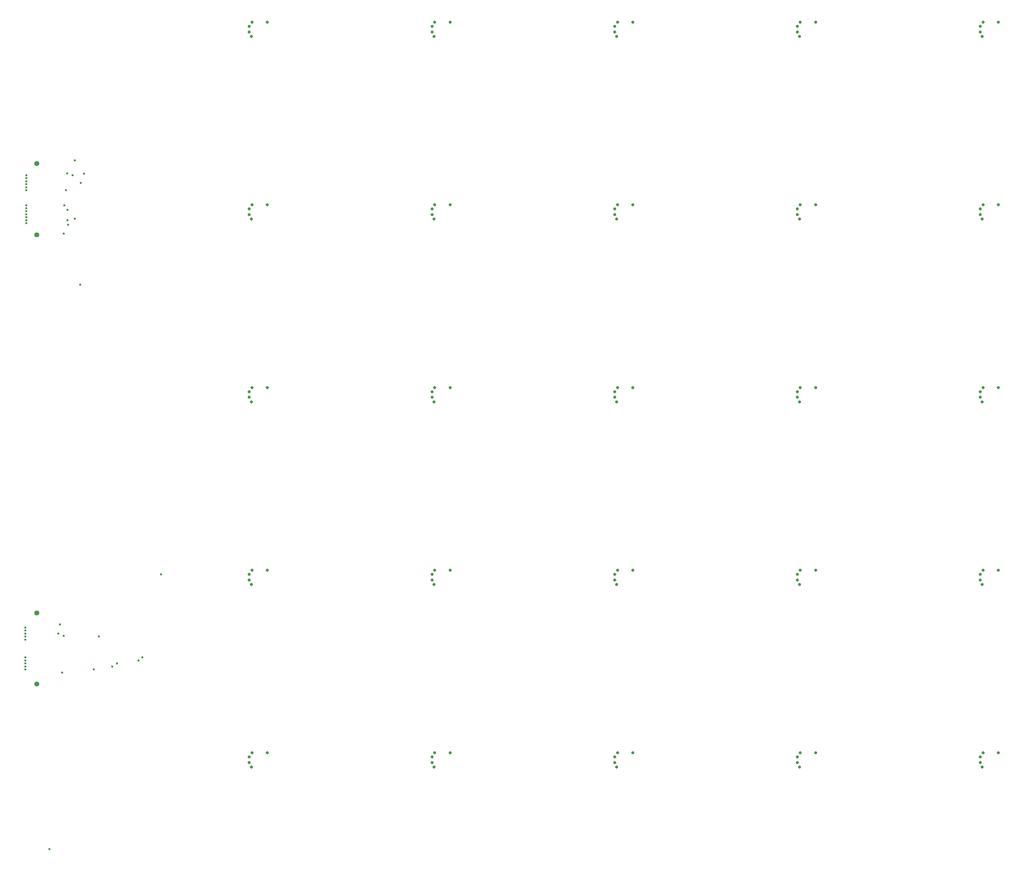
<source format=gbr>
%TF.GenerationSoftware,KiCad,Pcbnew,8.0.2-1*%
%TF.CreationDate,2024-10-14T12:40:27-04:00*%
%TF.ProjectId,EvenLayers_1.3mm_SiPM,4576656e-4c61-4796-9572-735f312e336d,rev?*%
%TF.SameCoordinates,Original*%
%TF.FileFunction,Copper,L3,Inr*%
%TF.FilePolarity,Positive*%
%FSLAX46Y46*%
G04 Gerber Fmt 4.6, Leading zero omitted, Abs format (unit mm)*
G04 Created by KiCad (PCBNEW 8.0.2-1) date 2024-10-14 12:40:27*
%MOMM*%
%LPD*%
G01*
G04 APERTURE LIST*
%TA.AperFunction,ComponentPad*%
%ADD10C,0.800000*%
%TD*%
%TA.AperFunction,ComponentPad*%
%ADD11C,1.348000*%
%TD*%
%TA.AperFunction,ViaPad*%
%ADD12C,0.600000*%
%TD*%
G04 APERTURE END LIST*
D10*
%TO.N,N/C*%
%TO.C,REF\u002A\u002A34*%
X322700000Y-190300000D03*
X326800000Y-190300000D03*
%TO.N,K14*%
X321950000Y-191400000D03*
%TO.N,A14*%
X321950000Y-192900000D03*
%TO.N,GND*%
X322500000Y-194100000D03*
%TD*%
%TO.N,N/C*%
%TO.C,REF\u002A\u002A40*%
X127500000Y-287900000D03*
X131600000Y-287900000D03*
%TO.N,K20*%
X126750000Y-289000000D03*
%TO.N,A20*%
X126750000Y-290500000D03*
%TO.N,GND*%
X127300000Y-291700000D03*
%TD*%
%TO.N,N/C*%
%TO.C,REF\u002A\u002A30*%
X127500000Y-190300000D03*
X131600000Y-190300000D03*
%TO.N,K10*%
X126750000Y-191400000D03*
%TO.N,A10*%
X126750000Y-192900000D03*
%TO.N,GND*%
X127300000Y-194100000D03*
%TD*%
%TO.N,N/C*%
%TO.C,REF\u002A\u002A24*%
X322700000Y-92700000D03*
X326800000Y-92700000D03*
%TO.N,K4*%
X321950000Y-93800000D03*
%TO.N,A4*%
X321950000Y-95300000D03*
%TO.N,GND*%
X322500000Y-96500000D03*
%TD*%
%TO.N,N/C*%
%TO.C,REF\u002A\u002A43*%
X273900000Y-287900000D03*
%TO.N,LED_23_to_24*%
X278000000Y-287900000D03*
%TO.N,K23*%
X273150000Y-289000000D03*
%TO.N,A23*%
X273150000Y-290500000D03*
%TO.N,GND*%
X273700000Y-291700000D03*
%TD*%
%TO.N,N/C*%
%TO.C,REF\u002A\u002A38*%
X273900000Y-239100000D03*
X278000000Y-239100000D03*
%TO.N,K18*%
X273150000Y-240200000D03*
%TO.N,A18*%
X273150000Y-241700000D03*
%TO.N,GND*%
X273700000Y-242900000D03*
%TD*%
%TO.N,N/C*%
%TO.C,REF\u002A\u002A22*%
X225100000Y-92700000D03*
X229200000Y-92700000D03*
%TO.N,K2*%
X224350000Y-93800000D03*
%TO.N,A2*%
X224350000Y-95300000D03*
%TO.N,GND*%
X224900000Y-96500000D03*
%TD*%
%TO.N,N/C*%
%TO.C,REF\u002A\u002A28*%
X273900000Y-141500000D03*
X278000000Y-141500000D03*
%TO.N,K8*%
X273150000Y-142600000D03*
%TO.N,A8*%
X273150000Y-144100000D03*
%TO.N,GND*%
X273700000Y-145300000D03*
%TD*%
%TO.N,N/C*%
%TO.C,REF\u002A\u002A23*%
X273900000Y-92700000D03*
X278000000Y-92700000D03*
%TO.N,K3*%
X273150000Y-93800000D03*
%TO.N,A3*%
X273150000Y-95300000D03*
%TO.N,GND*%
X273700000Y-96500000D03*
%TD*%
%TO.N,N/C*%
%TO.C,REF\u002A\u002A32*%
X225100000Y-190300000D03*
X229200000Y-190300000D03*
%TO.N,K12*%
X224350000Y-191400000D03*
%TO.N,A12*%
X224350000Y-192900000D03*
%TO.N,GND*%
X224900000Y-194100000D03*
%TD*%
%TO.N,LED_23_to_24*%
%TO.C,REF\u002A\u002A44*%
X322700000Y-287900000D03*
%TO.N,LED_input_after_resistor*%
X326800000Y-287900000D03*
%TO.N,K24*%
X321950000Y-289000000D03*
%TO.N,A24*%
X321950000Y-290500000D03*
%TO.N,GND*%
X322500000Y-291700000D03*
%TD*%
%TO.N,N/C*%
%TO.C,REF\u002A\u002A26*%
X176300000Y-141500000D03*
X180400000Y-141500000D03*
%TO.N,K6*%
X175550000Y-142600000D03*
%TO.N,A6*%
X175550000Y-144100000D03*
%TO.N,GND*%
X176100000Y-145300000D03*
%TD*%
%TO.N,N/C*%
%TO.C,REF\u002A\u002A36*%
X176300000Y-239100000D03*
X180400000Y-239100000D03*
%TO.N,K16*%
X175550000Y-240200000D03*
%TO.N,A16*%
X175550000Y-241700000D03*
%TO.N,GND*%
X176100000Y-242900000D03*
%TD*%
%TO.N,GND*%
%TO.C,REF\u002A\u002A20*%
X127500000Y-92700000D03*
%TO.N,N/C*%
X131600000Y-92700000D03*
%TO.N,K0*%
X126750000Y-93800000D03*
%TO.N,A0*%
X126750000Y-95300000D03*
%TO.N,GND*%
X127300000Y-96500000D03*
%TD*%
%TO.N,N/C*%
%TO.C,REF\u002A\u002A25*%
X127500000Y-141500000D03*
X131600000Y-141500000D03*
%TO.N,K5*%
X126750000Y-142600000D03*
%TO.N,A5*%
X126750000Y-144100000D03*
%TO.N,GND*%
X127300000Y-145300000D03*
%TD*%
%TO.N,N/C*%
%TO.C,REF\u002A\u002A37*%
X225100000Y-239100000D03*
X229200000Y-239100000D03*
%TO.N,K17*%
X224350000Y-240200000D03*
%TO.N,A17*%
X224350000Y-241700000D03*
%TO.N,GND*%
X224900000Y-242900000D03*
%TD*%
%TO.N,N/C*%
%TO.C,REF\u002A\u002A31*%
X176300000Y-190300000D03*
X180400000Y-190300000D03*
%TO.N,K11*%
X175550000Y-191400000D03*
%TO.N,A11*%
X175550000Y-192900000D03*
%TO.N,GND*%
X176100000Y-194100000D03*
%TD*%
%TO.N,N/C*%
%TO.C,REF\u002A\u002A27*%
X225100000Y-141500000D03*
X229200000Y-141500000D03*
%TO.N,K7*%
X224350000Y-142600000D03*
%TO.N,A7*%
X224350000Y-144100000D03*
%TO.N,GND*%
X224900000Y-145300000D03*
%TD*%
%TO.N,N/C*%
%TO.C,REF\u002A\u002A41*%
X176300000Y-287900000D03*
X180400000Y-287900000D03*
%TO.N,K21*%
X175550000Y-289000000D03*
%TO.N,A21*%
X175550000Y-290500000D03*
%TO.N,GND*%
X176100000Y-291700000D03*
%TD*%
%TO.N,N/C*%
%TO.C,REF\u002A\u002A29*%
X322700000Y-141500000D03*
X326800000Y-141500000D03*
%TO.N,K9*%
X321950000Y-142600000D03*
%TO.N,A9*%
X321950000Y-144100000D03*
%TO.N,GND*%
X322500000Y-145300000D03*
%TD*%
%TO.N,N/C*%
%TO.C,REF\u002A\u002A21*%
X176300000Y-92700000D03*
X180400000Y-92700000D03*
%TO.N,K1*%
X175550000Y-93800000D03*
%TO.N,A1*%
X175550000Y-95300000D03*
%TO.N,GND*%
X176100000Y-96500000D03*
%TD*%
%TO.N,N/C*%
%TO.C,REF\u002A\u002A42*%
X225100000Y-287900000D03*
X229200000Y-287900000D03*
%TO.N,K22*%
X224350000Y-289000000D03*
%TO.N,A22*%
X224350000Y-290500000D03*
%TO.N,GND*%
X224900000Y-291700000D03*
%TD*%
%TO.N,N/C*%
%TO.C,REF\u002A\u002A35*%
X127500000Y-239100000D03*
X131600000Y-239100000D03*
%TO.N,K15*%
X126750000Y-240200000D03*
%TO.N,A15*%
X126750000Y-241700000D03*
%TO.N,GND*%
X127300000Y-242900000D03*
%TD*%
%TO.N,N/C*%
%TO.C,REF\u002A\u002A39*%
X322700000Y-239100000D03*
X326800000Y-239100000D03*
%TO.N,K19*%
X321950000Y-240200000D03*
%TO.N,A19*%
X321950000Y-241700000D03*
%TO.N,GND*%
X322500000Y-242900000D03*
%TD*%
%TO.N,N/C*%
%TO.C,REF\u002A\u002A33*%
X273900000Y-190300000D03*
X278000000Y-190300000D03*
%TO.N,K13*%
X273150000Y-191400000D03*
%TO.N,A13*%
X273150000Y-192900000D03*
%TO.N,GND*%
X273700000Y-194100000D03*
%TD*%
D11*
%TO.N,N/C*%
%TO.C,REF\u002A\u002A*%
X70000000Y-130505000D03*
X70000000Y-149495000D03*
%TD*%
%TO.N,N/C*%
%TO.C,REF\u002A\u002A*%
X70000000Y-250505000D03*
X70000000Y-269495000D03*
%TD*%
D12*
%TO.N,GND*%
X76800000Y-266400000D03*
%TO.N,K0*%
X80200000Y-129600000D03*
X67200000Y-133600000D03*
%TO.N,K1*%
X67200000Y-134400000D03*
X78124265Y-133124265D03*
%TO.N,K2*%
X67200000Y-135200000D03*
X79600000Y-133600000D03*
%TO.N,K3*%
X82600000Y-133200000D03*
X67200000Y-136000000D03*
%TO.N,K4*%
X67200000Y-136800000D03*
X81800000Y-135600000D03*
%TO.N,K5*%
X67200000Y-137600000D03*
X77800000Y-137600000D03*
%TO.N,K6*%
X77400000Y-141600000D03*
X67250000Y-141600000D03*
%TO.N,K7*%
X67250000Y-142400000D03*
X78200000Y-142800000D03*
%TO.N,K8*%
X80200000Y-145200000D03*
X67250000Y-143200000D03*
%TO.N,K9*%
X67250000Y-144000000D03*
X78200000Y-145600000D03*
%TO.N,K10*%
X67250000Y-144800000D03*
X78375735Y-146824265D03*
%TO.N,K11*%
X67250000Y-145600000D03*
X77200000Y-149200000D03*
%TO.N,K12*%
X81600000Y-162800000D03*
X67200000Y-146400000D03*
%TO.N,K14*%
X67000000Y-254400000D03*
X76192892Y-253592892D03*
%TO.N,K15*%
X103200000Y-240200000D03*
X67000000Y-255200000D03*
%TO.N,K16*%
X75800000Y-256000000D03*
X67000000Y-256000000D03*
%TO.N,K17*%
X77200000Y-256600000D03*
X67000000Y-256800000D03*
%TO.N,K18*%
X67000000Y-257600000D03*
X86600000Y-256800000D03*
%TO.N,K20*%
X67000000Y-262400000D03*
X98200000Y-262400000D03*
%TO.N,K21*%
X67000000Y-263200000D03*
X97200000Y-263200000D03*
%TO.N,K22*%
X91400000Y-264000000D03*
X67000000Y-264000000D03*
%TO.N,K23*%
X90200000Y-264800000D03*
X67000000Y-264800000D03*
%TO.N,K24*%
X67000000Y-265600000D03*
X85224265Y-265575735D03*
%TO.N,LED_input_after_resistor*%
X73400000Y-313600000D03*
%TD*%
M02*

</source>
